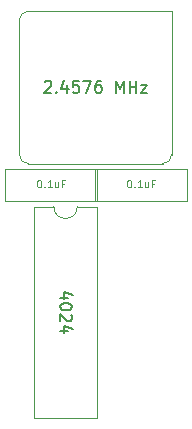
<source format=gto>
G04 #@! TF.GenerationSoftware,KiCad,Pcbnew,5.1.10*
G04 #@! TF.CreationDate,2022-01-26T01:17:43-08:00*
G04 #@! TF.ProjectId,Baud_Generator,42617564-5f47-4656-9e65-7261746f722e,rev?*
G04 #@! TF.SameCoordinates,Original*
G04 #@! TF.FileFunction,Legend,Top*
G04 #@! TF.FilePolarity,Positive*
%FSLAX46Y46*%
G04 Gerber Fmt 4.6, Leading zero omitted, Abs format (unit mm)*
G04 Created by KiCad (PCBNEW 5.1.10) date 2022-01-26 01:17:43*
%MOMM*%
%LPD*%
G01*
G04 APERTURE LIST*
%ADD10C,0.120000*%
%ADD11C,0.125000*%
%ADD12C,0.150000*%
G04 APERTURE END LIST*
D10*
X113685001Y-78125001D02*
X105945001Y-78125001D01*
X113685001Y-75385001D02*
X105945001Y-75385001D01*
X113685001Y-78125001D02*
X113685001Y-75385001D01*
X105945001Y-78125001D02*
X105945001Y-75385001D01*
X121305001Y-75385001D02*
X121305001Y-78125001D01*
X113565001Y-75385001D02*
X113565001Y-78125001D01*
X113565001Y-78125001D02*
X121305001Y-78125001D01*
X113565001Y-75385001D02*
X121305001Y-75385001D01*
X110045001Y-78600001D02*
X108395001Y-78600001D01*
X108395001Y-78600001D02*
X108395001Y-96500001D01*
X108395001Y-96500001D02*
X113695001Y-96500001D01*
X113695001Y-96500001D02*
X113695001Y-78600001D01*
X113695001Y-78600001D02*
X112045001Y-78600001D01*
X112045001Y-78600001D02*
G75*
G02*
X110045001Y-78600001I-1000000J0D01*
G01*
X120035001Y-62050001D02*
X107885001Y-62050001D01*
X107135001Y-62800001D02*
X107135001Y-74200001D01*
X107885001Y-74950001D02*
X119285001Y-74950001D01*
X120035001Y-74200001D02*
X120035001Y-62050001D01*
X107885001Y-62050001D02*
G75*
G03*
X107135001Y-62800001I0J-750000D01*
G01*
X107135001Y-74200001D02*
G75*
G03*
X107885001Y-74950001I750000J0D01*
G01*
X119285001Y-74950001D02*
G75*
G03*
X120035001Y-74200001I0J750000D01*
G01*
D11*
X108788215Y-76345239D02*
X108847739Y-76345239D01*
X108907262Y-76375001D01*
X108937024Y-76404762D01*
X108966786Y-76464286D01*
X108996548Y-76583334D01*
X108996548Y-76732143D01*
X108966786Y-76851191D01*
X108937024Y-76910715D01*
X108907262Y-76940477D01*
X108847739Y-76970239D01*
X108788215Y-76970239D01*
X108728691Y-76940477D01*
X108698929Y-76910715D01*
X108669167Y-76851191D01*
X108639405Y-76732143D01*
X108639405Y-76583334D01*
X108669167Y-76464286D01*
X108698929Y-76404762D01*
X108728691Y-76375001D01*
X108788215Y-76345239D01*
X109264405Y-76910715D02*
X109294167Y-76940477D01*
X109264405Y-76970239D01*
X109234643Y-76940477D01*
X109264405Y-76910715D01*
X109264405Y-76970239D01*
X109889405Y-76970239D02*
X109532262Y-76970239D01*
X109710834Y-76970239D02*
X109710834Y-76345239D01*
X109651310Y-76434524D01*
X109591786Y-76494048D01*
X109532262Y-76523810D01*
X110425120Y-76553572D02*
X110425120Y-76970239D01*
X110157262Y-76553572D02*
X110157262Y-76880953D01*
X110187024Y-76940477D01*
X110246548Y-76970239D01*
X110335834Y-76970239D01*
X110395358Y-76940477D01*
X110425120Y-76910715D01*
X110931072Y-76642858D02*
X110722739Y-76642858D01*
X110722739Y-76970239D02*
X110722739Y-76345239D01*
X111020358Y-76345239D01*
X116408215Y-76345239D02*
X116467739Y-76345239D01*
X116527262Y-76375001D01*
X116557024Y-76404762D01*
X116586786Y-76464286D01*
X116616548Y-76583334D01*
X116616548Y-76732143D01*
X116586786Y-76851191D01*
X116557024Y-76910715D01*
X116527262Y-76940477D01*
X116467739Y-76970239D01*
X116408215Y-76970239D01*
X116348691Y-76940477D01*
X116318929Y-76910715D01*
X116289167Y-76851191D01*
X116259405Y-76732143D01*
X116259405Y-76583334D01*
X116289167Y-76464286D01*
X116318929Y-76404762D01*
X116348691Y-76375001D01*
X116408215Y-76345239D01*
X116884405Y-76910715D02*
X116914167Y-76940477D01*
X116884405Y-76970239D01*
X116854643Y-76940477D01*
X116884405Y-76910715D01*
X116884405Y-76970239D01*
X117509405Y-76970239D02*
X117152262Y-76970239D01*
X117330834Y-76970239D02*
X117330834Y-76345239D01*
X117271310Y-76434524D01*
X117211786Y-76494048D01*
X117152262Y-76523810D01*
X118045120Y-76553572D02*
X118045120Y-76970239D01*
X117777262Y-76553572D02*
X117777262Y-76880953D01*
X117807024Y-76940477D01*
X117866548Y-76970239D01*
X117955834Y-76970239D01*
X118015358Y-76940477D01*
X118045120Y-76910715D01*
X118551072Y-76642858D02*
X118342739Y-76642858D01*
X118342739Y-76970239D02*
X118342739Y-76345239D01*
X118640358Y-76345239D01*
D12*
X111259286Y-86311905D02*
X110592620Y-86311905D01*
X111640239Y-86073810D02*
X110925953Y-85835715D01*
X110925953Y-86454762D01*
X111592620Y-87026191D02*
X111592620Y-87121429D01*
X111545001Y-87216667D01*
X111497381Y-87264286D01*
X111402143Y-87311905D01*
X111211667Y-87359524D01*
X110973572Y-87359524D01*
X110783096Y-87311905D01*
X110687858Y-87264286D01*
X110640239Y-87216667D01*
X110592620Y-87121429D01*
X110592620Y-87026191D01*
X110640239Y-86930953D01*
X110687858Y-86883334D01*
X110783096Y-86835715D01*
X110973572Y-86788096D01*
X111211667Y-86788096D01*
X111402143Y-86835715D01*
X111497381Y-86883334D01*
X111545001Y-86930953D01*
X111592620Y-87026191D01*
X111497381Y-87740477D02*
X111545001Y-87788096D01*
X111592620Y-87883334D01*
X111592620Y-88121429D01*
X111545001Y-88216667D01*
X111497381Y-88264286D01*
X111402143Y-88311905D01*
X111306905Y-88311905D01*
X111164048Y-88264286D01*
X110592620Y-87692858D01*
X110592620Y-88311905D01*
X111259286Y-89169048D02*
X110592620Y-89169048D01*
X111640239Y-88930953D02*
X110925953Y-88692858D01*
X110925953Y-89311905D01*
X109275477Y-68047620D02*
X109323096Y-68000001D01*
X109418334Y-67952381D01*
X109656429Y-67952381D01*
X109751667Y-68000001D01*
X109799286Y-68047620D01*
X109846905Y-68142858D01*
X109846905Y-68238096D01*
X109799286Y-68380953D01*
X109227858Y-68952381D01*
X109846905Y-68952381D01*
X110275477Y-68857143D02*
X110323096Y-68904762D01*
X110275477Y-68952381D01*
X110227858Y-68904762D01*
X110275477Y-68857143D01*
X110275477Y-68952381D01*
X111180239Y-68285715D02*
X111180239Y-68952381D01*
X110942143Y-67904762D02*
X110704048Y-68619048D01*
X111323096Y-68619048D01*
X112180239Y-67952381D02*
X111704048Y-67952381D01*
X111656429Y-68428572D01*
X111704048Y-68380953D01*
X111799286Y-68333334D01*
X112037381Y-68333334D01*
X112132620Y-68380953D01*
X112180239Y-68428572D01*
X112227858Y-68523810D01*
X112227858Y-68761905D01*
X112180239Y-68857143D01*
X112132620Y-68904762D01*
X112037381Y-68952381D01*
X111799286Y-68952381D01*
X111704048Y-68904762D01*
X111656429Y-68857143D01*
X112561191Y-67952381D02*
X113227858Y-67952381D01*
X112799286Y-68952381D01*
X114037381Y-67952381D02*
X113846905Y-67952381D01*
X113751667Y-68000001D01*
X113704048Y-68047620D01*
X113608810Y-68190477D01*
X113561191Y-68380953D01*
X113561191Y-68761905D01*
X113608810Y-68857143D01*
X113656429Y-68904762D01*
X113751667Y-68952381D01*
X113942143Y-68952381D01*
X114037381Y-68904762D01*
X114085001Y-68857143D01*
X114132620Y-68761905D01*
X114132620Y-68523810D01*
X114085001Y-68428572D01*
X114037381Y-68380953D01*
X113942143Y-68333334D01*
X113751667Y-68333334D01*
X113656429Y-68380953D01*
X113608810Y-68428572D01*
X113561191Y-68523810D01*
X115323096Y-68952381D02*
X115323096Y-67952381D01*
X115656429Y-68666667D01*
X115989762Y-67952381D01*
X115989762Y-68952381D01*
X116465953Y-68952381D02*
X116465953Y-67952381D01*
X116465953Y-68428572D02*
X117037381Y-68428572D01*
X117037381Y-68952381D02*
X117037381Y-67952381D01*
X117418334Y-68285715D02*
X117942143Y-68285715D01*
X117418334Y-68952381D01*
X117942143Y-68952381D01*
M02*

</source>
